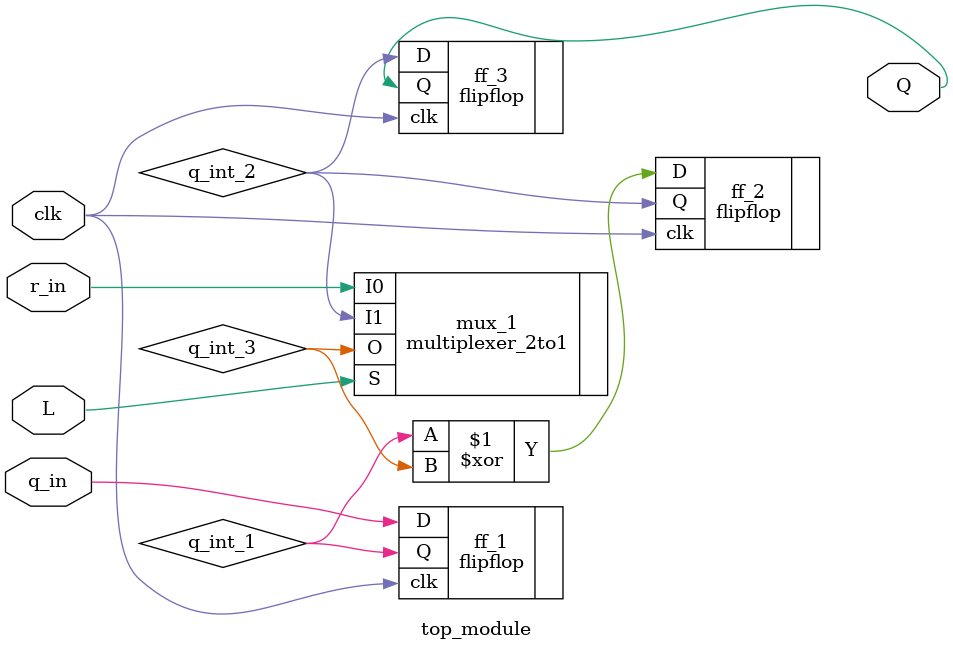
<source format=sv>
module top_module(
	input clk,
	input L,
	input q_in,
	input r_in,
	output reg Q
	);

	wire q_int_1, q_int_2, q_int_3;

	flipflop ff_1(
		.clk(clk),
		.D(q_in),
		.Q(q_int_1)
		);

	flipflop ff_2(
		.clk(clk),
		.D(q_int_1 ^ q_int_3),
		.Q(q_int_2)
		);

	flipflop ff_3(
		.clk(clk),
		.D(q_int_2),
		.Q(Q)
		);

	multiplexer_2to1 mux_1(
		.S(L),
		.I0(r_in),
		.I1(q_int_2),
		.O(q_int_3)
		);

endmodule

</source>
